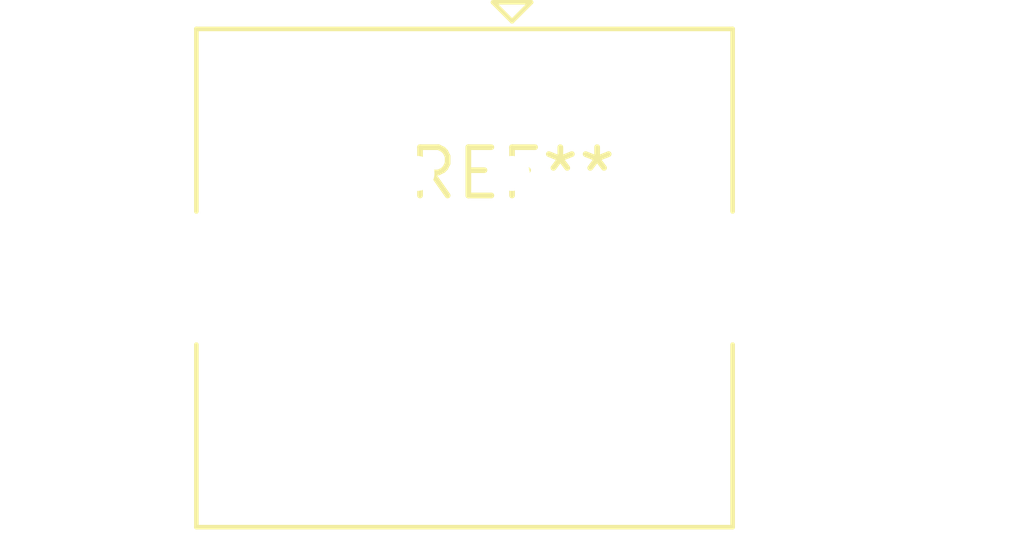
<source format=kicad_pcb>
(kicad_pcb (version 20240108) (generator pcbnew)
  (layers (0 "F.Cu" signal) (31 "B.Cu" signal) (34 "B.Paste" user) (35 "F.Paste" user) (36 "B.SilkS" user "B.Silkscreen") (37 "F.SilkS" user "F.Silkscreen") (38 "B.Mask" user) (39 "F.Mask" user) (44 "Edge.Cuts" user))
  (net 0 "")
  (footprint "USB_B_TE_5787834_Vertical" (layer "F.Cu") (at 0 0)
    (property "Reference" "REF**")
    (property "Value" "USB_B_TE_5787834_Vertical")
    (fp_line (start -8.3 -3.8) (end 5.8 -3.8) (layer "F.SilkS") (stroke (width 0.12)))
    (fp_line (start -8.3 1) (end -8.3 -3.8) (layer "F.SilkS") (stroke (width 0.12)))
    (fp_line (start -8.3 9.3) (end -8.3 4.5) (layer "F.SilkS") (stroke (width 0.12)))
    (fp_line (start -0.5 -4.5) (end 0 -4) (layer "F.SilkS") (stroke (width 0.12)))
    (fp_line (start 0 -4) (end 0.5 -4.5) (layer "F.SilkS") (stroke (width 0.12)))
    (fp_line (start 0.5 -4.5) (end -0.5 -4.5) (layer "F.SilkS") (stroke (width 0.12)))
    (fp_line (start 5.8 -3.8) (end 5.8 1) (layer "F.SilkS") (stroke (width 0.12)))
    (fp_line (start 5.8 4.5) (end 5.8 9.3) (layer "F.SilkS") (stroke (width 0.12)))
    (fp_line (start 5.8 9.3) (end -8.3 9.3) (layer "F.SilkS") (stroke (width 0.12)))
    (pad "1" thru_hole rect (at 0 0) (size 1.4 1.4) (drill 0.92) (layers *.Cu *.Mask) (remove_unused_layers))
    (pad "2" thru_hole circle (at -2.5 0) (size 1.4 1.4) (drill 0.92) (layers *.Cu *.Mask) (remove_unused_layers))
    (pad "3" thru_hole circle (at -2.5 3.2) (size 1.4 1.4) (drill 0.92) (layers *.Cu *.Mask) (remove_unused_layers))
    (pad "4" thru_hole circle (at 0 3.2) (size 1.4 1.4) (drill 0.92) (layers *.Cu *.Mask) (remove_unused_layers))
    (pad "5" thru_hole circle (at -7.27 2.71) (size 3 3) (drill 2.3) (layers *.Cu *.Mask) (remove_unused_layers))
    (pad "5" thru_hole circle (at 4.77 2.71) (size 3 3) (drill 2.3) (layers *.Cu *.Mask) (remove_unused_layers))
  )
)
</source>
